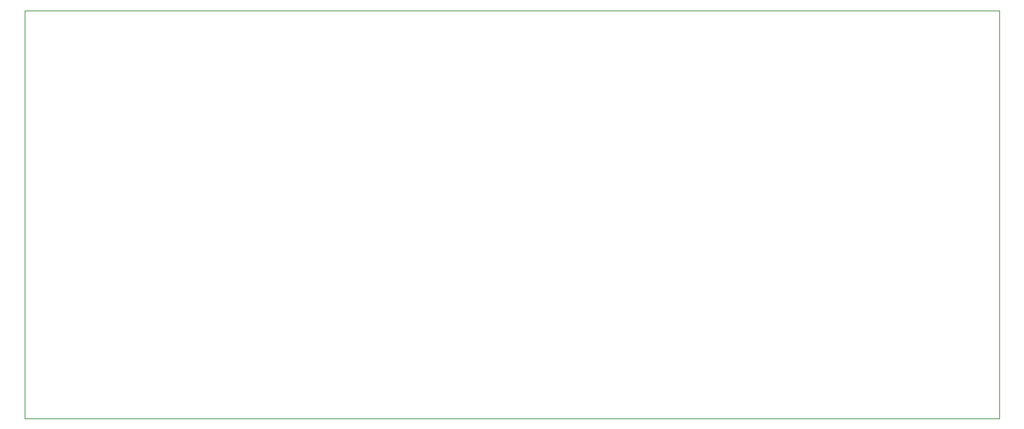
<source format=gm1>
G04 #@! TF.GenerationSoftware,KiCad,Pcbnew,5.1.8-5.1.8*
G04 #@! TF.CreationDate,2021-12-06T17:42:23+01:00*
G04 #@! TF.ProjectId,Dcf77_Elrad,44636637-375f-4456-9c72-61642e6b6963,1.0*
G04 #@! TF.SameCoordinates,Original*
G04 #@! TF.FileFunction,Profile,NP*
%FSLAX46Y46*%
G04 Gerber Fmt 4.6, Leading zero omitted, Abs format (unit mm)*
G04 Created by KiCad (PCBNEW 5.1.8-5.1.8) date 2021-12-06 17:42:23*
%MOMM*%
%LPD*%
G01*
G04 APERTURE LIST*
G04 #@! TA.AperFunction,Profile*
%ADD10C,0.100000*%
G04 #@! TD*
G04 APERTURE END LIST*
D10*
X207424000Y-77492000D02*
X207424000Y-126492000D01*
X90424000Y-77492000D02*
X207424000Y-77492000D01*
X90424000Y-126492000D02*
X90424000Y-77492000D01*
X207424000Y-126492000D02*
X90424000Y-126492000D01*
M02*

</source>
